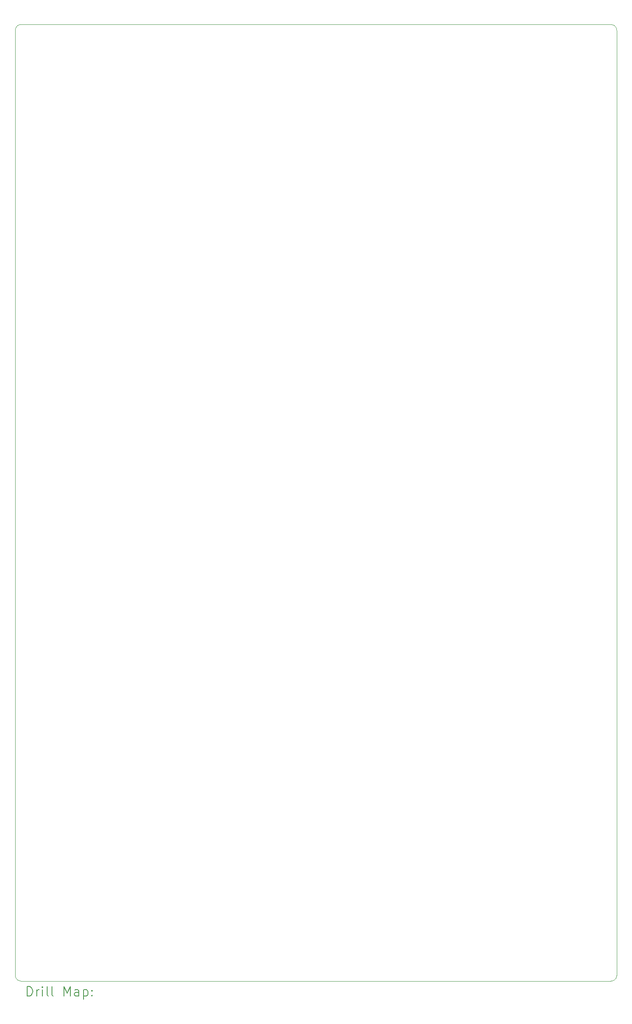
<source format=gbr>
%TF.GenerationSoftware,KiCad,Pcbnew,(6.0.7)*%
%TF.CreationDate,2022-08-11T21:27:06+02:00*%
%TF.ProjectId,magic_counter,6d616769-635f-4636-9f75-6e7465722e6b,rev?*%
%TF.SameCoordinates,Original*%
%TF.FileFunction,Drillmap*%
%TF.FilePolarity,Positive*%
%FSLAX45Y45*%
G04 Gerber Fmt 4.5, Leading zero omitted, Abs format (unit mm)*
G04 Created by KiCad (PCBNEW (6.0.7)) date 2022-08-11 21:27:06*
%MOMM*%
%LPD*%
G01*
G04 APERTURE LIST*
%ADD10C,0.100000*%
%ADD11C,0.200000*%
G04 APERTURE END LIST*
D10*
X15908702Y-2491512D02*
G75*
G03*
X15795957Y-2365406I-119413J6692D01*
G01*
X3282597Y-22604257D02*
X15782597Y-22604257D01*
X3295956Y-2365412D02*
G75*
G03*
X3169851Y-2478152I-6687J-119418D01*
G01*
X15795957Y-2365406D02*
X3295957Y-2365406D01*
X15782597Y-22604252D02*
G75*
G03*
X15908702Y-22491511I6683J119423D01*
G01*
X15908702Y-2491512D02*
X15908702Y-22491511D01*
X3169851Y-22478152D02*
G75*
G03*
X3282597Y-22604257I119439J-6668D01*
G01*
X3169851Y-2478152D02*
X3169851Y-22478152D01*
D11*
X3422284Y-22919915D02*
X3422284Y-22719915D01*
X3469903Y-22719915D01*
X3498475Y-22729439D01*
X3517522Y-22748487D01*
X3527046Y-22767534D01*
X3536570Y-22805630D01*
X3536570Y-22834201D01*
X3527046Y-22872296D01*
X3517522Y-22891344D01*
X3498475Y-22910392D01*
X3469903Y-22919915D01*
X3422284Y-22919915D01*
X3622284Y-22919915D02*
X3622284Y-22786582D01*
X3622284Y-22824677D02*
X3631808Y-22805630D01*
X3641332Y-22796106D01*
X3660380Y-22786582D01*
X3679427Y-22786582D01*
X3746094Y-22919915D02*
X3746094Y-22786582D01*
X3746094Y-22719915D02*
X3736570Y-22729439D01*
X3746094Y-22738963D01*
X3755618Y-22729439D01*
X3746094Y-22719915D01*
X3746094Y-22738963D01*
X3869903Y-22919915D02*
X3850856Y-22910392D01*
X3841332Y-22891344D01*
X3841332Y-22719915D01*
X3974665Y-22919915D02*
X3955618Y-22910392D01*
X3946094Y-22891344D01*
X3946094Y-22719915D01*
X4203237Y-22919915D02*
X4203237Y-22719915D01*
X4269903Y-22862773D01*
X4336570Y-22719915D01*
X4336570Y-22919915D01*
X4517523Y-22919915D02*
X4517523Y-22815153D01*
X4507999Y-22796106D01*
X4488951Y-22786582D01*
X4450856Y-22786582D01*
X4431808Y-22796106D01*
X4517523Y-22910392D02*
X4498475Y-22919915D01*
X4450856Y-22919915D01*
X4431808Y-22910392D01*
X4422284Y-22891344D01*
X4422284Y-22872296D01*
X4431808Y-22853249D01*
X4450856Y-22843725D01*
X4498475Y-22843725D01*
X4517523Y-22834201D01*
X4612761Y-22786582D02*
X4612761Y-22986582D01*
X4612761Y-22796106D02*
X4631808Y-22786582D01*
X4669903Y-22786582D01*
X4688951Y-22796106D01*
X4698475Y-22805630D01*
X4707999Y-22824677D01*
X4707999Y-22881820D01*
X4698475Y-22900868D01*
X4688951Y-22910392D01*
X4669903Y-22919915D01*
X4631808Y-22919915D01*
X4612761Y-22910392D01*
X4793713Y-22900868D02*
X4803237Y-22910392D01*
X4793713Y-22919915D01*
X4784189Y-22910392D01*
X4793713Y-22900868D01*
X4793713Y-22919915D01*
X4793713Y-22796106D02*
X4803237Y-22805630D01*
X4793713Y-22815153D01*
X4784189Y-22805630D01*
X4793713Y-22796106D01*
X4793713Y-22815153D01*
M02*

</source>
